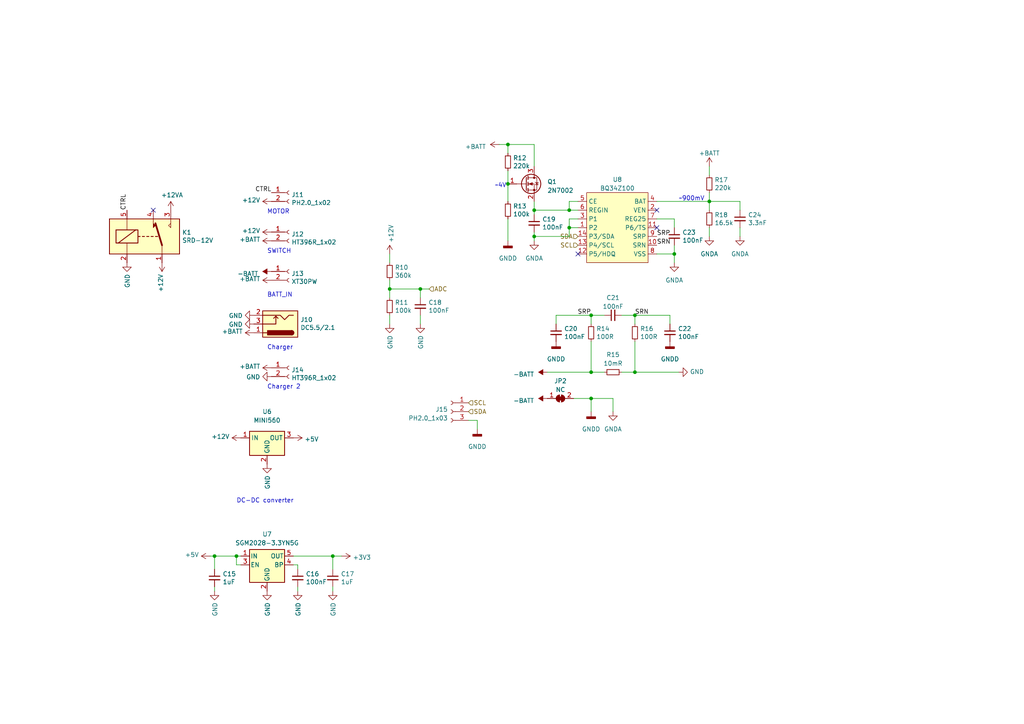
<source format=kicad_sch>
(kicad_sch (version 20230121) (generator eeschema)
  (paper "A4")
  (lib_symbols
    (symbol "+BATT_1" (power) (pin_names (offset 0))
      (property "Value" "+BATT_1" (at 0 3.556 0))
      (symbol "+BATT_1_0_1"
        (polyline (pts (xy -0.762 1.27) (xy 0 2.54)))
        (polyline (pts (xy 0 0) (xy 0 2.54)))
        (polyline (pts (xy 0 2.54) (xy 0.762 1.27)))
      )
      (symbol "+BATT_1_1_1"
        (pin power_in line (at 0 0 90) (length 0) hide (name "+BATT") (number "1"))
      )
    )
    (symbol "Connector:Barrel_Jack_Switch" (pin_names hide)
      (property "Reference" "J" (at 0 5.334 0))
      (property "Value" "Barrel_Jack_Switch" (at 0 -5.08 0))
      (symbol "Barrel_Jack_Switch_0_1"
        (rectangle (start -5.08 3.81) (end 5.08 -3.81) (stroke (width 0.254)) (fill (type background)))
        (arc (start -3.302 3.175) (mid -3.9343 2.54) (end -3.302 1.905) (stroke (width 0.254)))
        (arc (start -3.302 3.175) (mid -3.9343 2.54) (end -3.302 1.905) (stroke (width 0.254)) (fill (type outline)))
        (polyline (pts (xy 1.27 -2.286) (xy 1.905 -1.651)) (stroke (width 0.254)))
        (polyline (pts (xy 5.08 2.54) (xy 3.81 2.54)) (stroke (width 0.254)))
        (polyline (pts (xy 5.08 0) (xy 1.27 0) (xy 1.27 -2.286) (xy 0.635 -1.651)) (stroke (width 0.254)))
        (polyline (pts (xy -3.81 -2.54) (xy -2.54 -2.54) (xy -1.27 -1.27) (xy 0 -2.54) (xy 2.54 -2.54) (xy 5.08 -2.54)) (stroke (width 0.254)))
        (rectangle (start 3.683 3.175) (end -3.302 1.905) (stroke (width 0.254)) (fill (type outline)))
      )
      (symbol "Barrel_Jack_Switch_1_1"
        (pin passive line (at 7.62 2.54 180) (length 2.54) (name "~") (number "1"))
        (pin passive line (at 7.62 -2.54 180) (length 2.54) (name "~") (number "2"))
        (pin passive line (at 7.62 0 180) (length 2.54) (name "~") (number "3"))
      )
    )
    (symbol "Connector:Conn_01x02_Female" (pin_names (offset 1.016) hide)
      (property "Reference" "J" (at 0 2.54 0))
      (property "Value" "Conn_01x02_Female" (at 0 -5.08 0))
      (symbol "Conn_01x02_Female_1_1"
        (arc (start 0 -2.032) (mid -0.5058 -2.54) (end 0 -3.048) (stroke (width 0.1524)))
        (polyline (pts (xy -1.27 -2.54) (xy -0.508 -2.54)) (stroke (width 0.1524)))
        (polyline (pts (xy -1.27 0) (xy -0.508 0)) (stroke (width 0.1524)))
        (arc (start 0 0.508) (mid -0.5058 0) (end 0 -0.508) (stroke (width 0.1524)))
        (pin passive line (at -5.08 0 0) (length 3.81) (name "Pin_1") (number "1"))
        (pin passive line (at -5.08 -2.54 0) (length 3.81) (name "Pin_2") (number "2"))
      )
    )
    (symbol "Connector:Conn_01x03_Socket" (pin_names (offset 1.016) hide)
      (property "Reference" "J" (at 0 5.08 0))
      (property "Value" "Conn_01x03_Socket" (at 0 -5.08 0))
      (symbol "Conn_01x03_Socket_1_1"
        (arc (start 0 -2.032) (mid -0.5058 -2.54) (end 0 -3.048) (stroke (width 0.1524)))
        (polyline (pts (xy -1.27 -2.54) (xy -0.508 -2.54)) (stroke (width 0.1524)))
        (polyline (pts (xy -1.27 0) (xy -0.508 0)) (stroke (width 0.1524)))
        (polyline (pts (xy -1.27 2.54) (xy -0.508 2.54)) (stroke (width 0.1524)))
        (arc (start 0 0.508) (mid -0.5058 0) (end 0 -0.508) (stroke (width 0.1524)))
        (arc (start 0 3.048) (mid -0.5058 2.54) (end 0 2.032) (stroke (width 0.1524)))
        (pin passive line (at -5.08 2.54 0) (length 3.81) (name "Pin_1") (number "1"))
        (pin passive line (at -5.08 0 0) (length 3.81) (name "Pin_2") (number "2"))
        (pin passive line (at -5.08 -2.54 0) (length 3.81) (name "Pin_3") (number "3"))
      )
    )
    (symbol "Converter_DCDC:OKI-78SR-3.3_1.5-W36-C"
      (property "Reference" "U" (at -3.81 3.175 0))
      (property "Value" "OKI-78SR-3.3_1.5-W36-C" (at 0 3.175 0))
      (symbol "OKI-78SR-3.3_1.5-W36-C_0_1"
        (rectangle (start -5.08 1.905) (end 5.08 -5.08) (stroke (width 0.254)) (fill (type background)))
      )
      (symbol "OKI-78SR-3.3_1.5-W36-C_1_1"
        (pin power_in line (at -7.62 0 0) (length 2.54) (name "IN") (number "1"))
        (pin power_in line (at 0 -7.62 90) (length 2.54) (name "GND") (number "2"))
        (pin power_out line (at 7.62 0 180) (length 2.54) (name "OUT") (number "3"))
      )
    )
    (symbol "Device:C_Small" (pin_numbers hide) (pin_names (offset 0.254) hide)
      (property "Reference" "C" (at 0.254 1.778 0))
      (property "Value" "C_Small" (at 0.254 -2.032 0))
      (symbol "C_Small_0_1"
        (polyline (pts (xy -1.524 -0.508) (xy 1.524 -0.508)) (stroke (width 0.3302)))
        (polyline (pts (xy -1.524 0.508) (xy 1.524 0.508)) (stroke (width 0.3048)))
      )
      (symbol "C_Small_1_1"
        (pin passive line (at 0 2.54 270) (length 2.032) (name "~") (number "1"))
        (pin passive line (at 0 -2.54 90) (length 2.032) (name "~") (number "2"))
      )
    )
    (symbol "Device:R_Small" (pin_numbers hide) (pin_names (offset 0.254) hide)
      (property "Reference" "R" (at 0.762 0.508 0))
      (property "Value" "R_Small" (at 0.762 -1.016 0))
      (symbol "R_Small_0_1"
        (rectangle (start -0.762 1.778) (end 0.762 -1.778) (stroke (width 0.2032)))
      )
      (symbol "R_Small_1_1"
        (pin passive line (at 0 2.54 270) (length 0.762) (name "~") (number "1"))
        (pin passive line (at 0 -2.54 90) (length 0.762) (name "~") (number "2"))
      )
    )
    (symbol "Jumper:SolderJumper_2_Bridged" (pin_names (offset 0) hide)
      (property "Reference" "JP" (at 0 2.032 0))
      (property "Value" "SolderJumper_2_Bridged" (at 0 -2.54 0))
      (symbol "SolderJumper_2_Bridged_0_1"
        (rectangle (start -0.508 0.508) (end 0.508 -0.508) (fill (type outline)))
        (arc (start -0.254 1.016) (mid -1.2656 0) (end -0.254 -1.016))
        (arc (start -0.254 1.016) (mid -1.2656 0) (end -0.254 -1.016) (fill (type outline)))
        (polyline (pts (xy -0.254 1.016) (xy -0.254 -1.016)))
        (polyline (pts (xy 0.254 1.016) (xy 0.254 -1.016)))
        (arc (start 0.254 -1.016) (mid 1.2656 0) (end 0.254 1.016))
        (arc (start 0.254 -1.016) (mid 1.2656 0) (end 0.254 1.016) (fill (type outline)))
      )
      (symbol "SolderJumper_2_Bridged_1_1"
        (pin passive line (at -3.81 0 0) (length 2.54) (name "A") (number "1"))
        (pin passive line (at 3.81 0 180) (length 2.54) (name "B") (number "2"))
      )
    )
    (symbol "Regulator_Linear:AP131-33" (pin_names (offset 0.254))
      (property "Reference" "U" (at -3.81 5.715 0))
      (property "Value" "AP131-33" (at 0 5.715 0))
      (symbol "AP131-33_0_1"
        (rectangle (start -5.08 4.445) (end 5.08 -5.08) (stroke (width 0.254)) (fill (type background)))
      )
      (symbol "AP131-33_1_1"
        (pin power_in line (at -7.62 2.54 0) (length 2.54) (name "IN") (number "1"))
        (pin power_in line (at 0 -7.62 90) (length 2.54) (name "GND") (number "2"))
        (pin input line (at -7.62 0 0) (length 2.54) (name "EN") (number "3"))
        (pin input line (at 7.62 0 180) (length 2.54) (name "BP") (number "4"))
        (pin power_out line (at 7.62 2.54 180) (length 2.54) (name "OUT") (number "5"))
      )
    )
    (symbol "Relay:G5LE-1"
      (property "Reference" "K" (at 11.43 3.81 0))
      (property "Value" "G5LE-1" (at 11.43 1.27 0))
      (symbol "G5LE-1_0_0"
        (polyline (pts (xy 7.62 5.08) (xy 7.62 2.54) (xy 6.985 3.175) (xy 7.62 3.81)))
      )
      (symbol "G5LE-1_0_1"
        (rectangle (start -10.16 5.08) (end 10.16 -5.08) (stroke (width 0.254)) (fill (type background)))
        (rectangle (start -8.255 1.905) (end -1.905 -1.905) (stroke (width 0.254)))
        (polyline (pts (xy -7.62 -1.905) (xy -2.54 1.905)) (stroke (width 0.254)))
        (polyline (pts (xy -5.08 -5.08) (xy -5.08 -1.905)))
        (polyline (pts (xy -5.08 5.08) (xy -5.08 1.905)))
        (polyline (pts (xy -1.905 0) (xy -1.27 0)) (stroke (width 0.254)))
        (polyline (pts (xy -0.635 0) (xy 0 0)) (stroke (width 0.254)))
        (polyline (pts (xy 0.635 0) (xy 1.27 0)) (stroke (width 0.254)))
        (polyline (pts (xy 1.905 0) (xy 2.54 0)) (stroke (width 0.254)))
        (polyline (pts (xy 3.175 0) (xy 3.81 0)) (stroke (width 0.254)))
        (polyline (pts (xy 5.08 -2.54) (xy 3.175 3.81)) (stroke (width 0.508)))
        (polyline (pts (xy 5.08 -2.54) (xy 5.08 -5.08)))
        (polyline (pts (xy 2.54 5.08) (xy 2.54 2.54) (xy 3.175 3.175) (xy 2.54 3.81)) (fill (type outline)))
      )
      (symbol "G5LE-1_1_1"
        (pin passive line (at 5.08 -7.62 90) (length 2.54) (name "~") (number "1"))
        (pin passive line (at -5.08 -7.62 90) (length 2.54) (name "~") (number "2"))
        (pin passive line (at 7.62 7.62 270) (length 2.54) (name "~") (number "3"))
        (pin passive line (at 2.54 7.62 270) (length 2.54) (name "~") (number "4"))
        (pin passive line (at -5.08 7.62 270) (length 2.54) (name "~") (number "5"))
      )
    )
    (symbol "Smallbot:BQ34Z100"
      (property "Reference" "U" (at 0 0 0))
      (property "Value" "BQ34Z100" (at 0 0 0))
      (symbol "BQ34Z100_1_1"
        (rectangle (start -8.89 10.16) (end 8.89 -10.16) (fill (type background)))
        (pin output line (at -11.43 0 0) (length 2.54) (name "P2") (number "1"))
        (pin input line (at 11.43 -5.08 180) (length 2.54) (name "SRN") (number "10"))
        (pin input line (at 11.43 0 180) (length 2.54) (name "P6/TS") (number "11"))
        (pin bidirectional line (at -11.43 -7.62 0) (length 2.54) (name "P5/HDQ") (number "12"))
        (pin output line (at -11.43 -5.08 0) (length 2.54) (name "P4/SCL") (number "13"))
        (pin bidirectional line (at -11.43 -2.54 0) (length 2.54) (name "P3/SDA") (number "14"))
        (pin output line (at 11.43 5.08 180) (length 2.54) (name "VEN") (number "2"))
        (pin output line (at -11.43 2.54 0) (length 2.54) (name "P1") (number "3"))
        (pin power_in line (at 11.43 7.62 180) (length 2.54) (name "BAT") (number "4"))
        (pin input line (at -11.43 7.62 0) (length 2.54) (name "CE") (number "5"))
        (pin power_in line (at -11.43 5.08 0) (length 2.54) (name "REGIN") (number "6"))
        (pin power_out line (at 11.43 2.54 180) (length 2.54) (name "REG25") (number "7"))
        (pin power_out line (at 11.43 -7.62 180) (length 2.54) (name "VSS") (number "8"))
        (pin input line (at 11.43 -2.54 180) (length 2.54) (name "SRP") (number "9"))
      )
    )
    (symbol "Transistor_FET:2N7002" (pin_names hide)
      (property "Reference" "Q" (at 5.08 1.905 0))
      (property "Value" "2N7002" (at 5.08 0 0))
      (symbol "2N7002_0_1"
        (polyline (pts (xy 0.254 0) (xy -2.54 0)))
        (polyline (pts (xy 0.254 1.905) (xy 0.254 -1.905)) (stroke (width 0.254)))
        (polyline (pts (xy 0.762 -1.27) (xy 0.762 -2.286)) (stroke (width 0.254)))
        (polyline (pts (xy 0.762 0.508) (xy 0.762 -0.508)) (stroke (width 0.254)))
        (polyline (pts (xy 0.762 2.286) (xy 0.762 1.27)) (stroke (width 0.254)))
        (polyline (pts (xy 2.54 2.54) (xy 2.54 1.778)))
        (polyline (pts (xy 2.54 -2.54) (xy 2.54 0) (xy 0.762 0)))
        (polyline (pts (xy 0.762 -1.778) (xy 3.302 -1.778) (xy 3.302 1.778) (xy 0.762 1.778)))
        (polyline (pts (xy 1.016 0) (xy 2.032 0.381) (xy 2.032 -0.381) (xy 1.016 0)) (fill (type outline)))
        (polyline (pts (xy 2.794 0.508) (xy 2.921 0.381) (xy 3.683 0.381) (xy 3.81 0.254)))
        (polyline (pts (xy 3.302 0.381) (xy 2.921 -0.254) (xy 3.683 -0.254) (xy 3.302 0.381)))
        (circle (center 1.651 0) (radius 2.794) (stroke (width 0.254)))
        (circle (center 2.54 -1.778) (radius 0.254) (fill (type outline)))
        (circle (center 2.54 1.778) (radius 0.254) (fill (type outline)))
      )
      (symbol "2N7002_1_1"
        (pin input line (at -5.08 0 0) (length 2.54) (name "G") (number "1"))
        (pin passive line (at 2.54 -5.08 90) (length 2.54) (name "S") (number "2"))
        (pin passive line (at 2.54 5.08 270) (length 2.54) (name "D") (number "3"))
      )
    )
    (symbol "power:+12V" (power) (pin_names (offset 0))
      (property "Value" "+12V" (at 0 3.556 0))
      (symbol "+12V_0_1"
        (polyline (pts (xy -0.762 1.27) (xy 0 2.54)))
        (polyline (pts (xy 0 0) (xy 0 2.54)))
        (polyline (pts (xy 0 2.54) (xy 0.762 1.27)))
      )
      (symbol "+12V_1_1"
        (pin power_in line (at 0 0 90) (length 0) hide (name "+12V") (number "1"))
      )
    )
    (symbol "power:+12VA" (power) (pin_names (offset 0))
      (property "Value" "+12VA" (at 0 3.556 0))
      (symbol "+12VA_0_1"
        (polyline (pts (xy -0.762 1.27) (xy 0 2.54)))
        (polyline (pts (xy 0 0) (xy 0 2.54)))
        (polyline (pts (xy 0 2.54) (xy 0.762 1.27)))
      )
      (symbol "+12VA_1_1"
        (pin power_in line (at 0 0 90) (length 0) hide (name "+12VA") (number "1"))
      )
    )
    (symbol "power:+3V3" (power) (pin_names (offset 0))
      (property "Value" "+3V3" (at 0 3.556 0))
      (symbol "+3V3_0_1"
        (polyline (pts (xy -0.762 1.27) (xy 0 2.54)))
        (polyline (pts (xy 0 0) (xy 0 2.54)))
        (polyline (pts (xy 0 2.54) (xy 0.762 1.27)))
      )
      (symbol "+3V3_1_1"
        (pin power_in line (at 0 0 90) (length 0) hide (name "+3V3") (number "1"))
      )
    )
    (symbol "power:+5V" (power) (pin_names (offset 0))
      (property "Value" "+5V" (at 0 3.556 0))
      (symbol "+5V_0_1"
        (polyline (pts (xy -0.762 1.27) (xy 0 2.54)))
        (polyline (pts (xy 0 0) (xy 0 2.54)))
        (polyline (pts (xy 0 2.54) (xy 0.762 1.27)))
      )
      (symbol "+5V_1_1"
        (pin power_in line (at 0 0 90) (length 0) hide (name "+5V") (number "1"))
      )
    )
    (symbol "power:+BATT" (power) (pin_names (offset 0))
      (property "Value" "+BATT" (at 0 3.556 0))
      (symbol "+BATT_0_1"
        (polyline (pts (xy -0.762 1.27) (xy 0 2.54)))
        (polyline (pts (xy 0 0) (xy 0 2.54)))
        (polyline (pts (xy 0 2.54) (xy 0.762 1.27)))
      )
      (symbol "+BATT_1_1"
        (pin power_in line (at 0 0 90) (length 0) hide (name "+BATT") (number "1"))
      )
    )
    (symbol "power:-BATT" (power) (pin_names (offset 0))
      (property "Value" "-BATT" (at 0 3.556 0))
      (symbol "-BATT_0_1"
        (polyline (pts (xy 0 0) (xy 0 2.54)))
        (polyline (pts (xy 0.762 1.27) (xy -0.762 1.27) (xy 0 2.54) (xy 0.762 1.27)) (fill (type outline)))
      )
      (symbol "-BATT_1_1"
        (pin power_in line (at 0 0 90) (length 0) hide (name "-BATT") (number "1"))
      )
    )
    (symbol "power:GND" (power) (pin_names (offset 0))
      (property "Value" "GND" (at 0 -3.81 0))
      (symbol "GND_0_1"
        (polyline (pts (xy 0 0) (xy 0 -1.27) (xy 1.27 -1.27) (xy 0 -2.54) (xy -1.27 -1.27) (xy 0 -1.27)))
      )
      (symbol "GND_1_1"
        (pin power_in line (at 0 0 270) (length 0) hide (name "GND") (number "1"))
      )
    )
    (symbol "power:GNDA" (power) (pin_names (offset 0))
      (property "Value" "GNDA" (at 0 -3.81 0))
      (symbol "GNDA_0_1"
        (polyline (pts (xy 0 0) (xy 0 -1.27) (xy 1.27 -1.27) (xy 0 -2.54) (xy -1.27 -1.27) (xy 0 -1.27)))
      )
      (symbol "GNDA_1_1"
        (pin power_in line (at 0 0 270) (length 0) hide (name "GNDA") (number "1"))
      )
    )
    (symbol "power:GNDD" (power) (pin_names (offset 0))
      (property "Value" "GNDD" (at 0 -3.175 0))
      (symbol "GNDD_0_1"
        (rectangle (start -1.27 -1.524) (end 1.27 -2.032) (stroke (width 0.254)) (fill (type outline)))
        (polyline (pts (xy 0 0) (xy 0 -1.524)))
      )
      (symbol "GNDD_1_1"
        (pin power_in line (at 0 0 270) (length 0) hide (name "GNDD") (number "1"))
      )
    )
  )
  (junction (at 195.58 73.66))
  (junction (at 68.58 161.29))
  (junction (at 96.52 161.29))
  (junction (at 121.92 83.82))
  (junction (at 147.32 41.91))
  (junction (at 171.45 91.44))
  (junction (at 62.23 161.29))
  (junction (at 184.15 91.44))
  (junction (at 171.45 107.95))
  (junction (at 165.1 60.96))
  (junction (at 205.74 58.42))
  (junction (at 165.1 66.04))
  (junction (at 154.94 68.58))
  (junction (at 154.94 60.96))
  (junction (at 113.03 83.82))
  (junction (at 171.45 115.57))
  (junction (at 184.15 107.95))
  (junction (at 147.32 53.34))
  (no_connect (at 190.5 60.96))
  (no_connect (at 190.5 66.04))
  (no_connect (at 167.64 73.66))
  (no_connect (at 44.45 60.96))
  (wire (pts (xy 205.74 48.26) (xy 205.74 50.8)))
  (wire (pts (xy 147.32 41.91) (xy 147.32 44.45)))
  (wire (pts (xy 171.45 107.95) (xy 175.26 107.95)))
  (wire (pts (xy 165.1 60.96) (xy 167.64 60.96)))
  (wire (pts (xy 171.45 115.57) (xy 177.8 115.57)))
  (wire (pts (xy 68.58 161.29) (xy 69.85 161.29)))
  (wire (pts (xy 205.74 66.04) (xy 205.74 68.58)))
  (wire (pts (xy 184.15 91.44) (xy 194.31 91.44)))
  (wire (pts (xy 205.74 58.42) (xy 214.63 58.42)))
  (wire (pts (xy 184.15 107.95) (xy 196.85 107.95)))
  (wire (pts (xy 180.34 91.44) (xy 184.15 91.44)))
  (wire (pts (xy 177.8 115.57) (xy 177.8 119.38)))
  (wire (pts (xy 165.1 66.04) (xy 165.1 68.58)))
  (wire (pts (xy 154.94 48.26) (xy 154.94 41.91)))
  (wire (pts (xy 214.63 60.96) (xy 214.63 58.42)))
  (wire (pts (xy 166.37 115.57) (xy 171.45 115.57)))
  (wire (pts (xy 62.23 171.45) (xy 62.23 170.18)))
  (wire (pts (xy 85.09 163.83) (xy 86.36 163.83)))
  (wire (pts (xy 62.23 165.1) (xy 62.23 161.29)))
  (wire (pts (xy 60.96 161.29) (xy 62.23 161.29)))
  (wire (pts (xy 195.58 63.5) (xy 195.58 66.04)))
  (wire (pts (xy 121.92 93.98) (xy 121.92 91.44)))
  (wire (pts (xy 147.32 49.53) (xy 147.32 53.34)))
  (wire (pts (xy 86.36 163.83) (xy 86.36 165.1)))
  (wire (pts (xy 214.63 68.58) (xy 214.63 66.04)))
  (wire (pts (xy 154.94 58.42) (xy 154.94 60.96)))
  (wire (pts (xy 165.1 66.04) (xy 167.64 66.04)))
  (wire (pts (xy 167.64 58.42) (xy 165.1 58.42)))
  (wire (pts (xy 165.1 58.42) (xy 165.1 60.96)))
  (wire (pts (xy 171.45 91.44) (xy 175.26 91.44)))
  (wire (pts (xy 184.15 91.44) (xy 184.15 93.98)))
  (wire (pts (xy 62.23 161.29) (xy 68.58 161.29)))
  (wire (pts (xy 138.43 121.92) (xy 138.43 124.46)))
  (wire (pts (xy 205.74 58.42) (xy 205.74 60.96)))
  (wire (pts (xy 68.58 163.83) (xy 68.58 161.29)))
  (wire (pts (xy 113.03 83.82) (xy 121.92 83.82)))
  (wire (pts (xy 154.94 67.31) (xy 154.94 68.58)))
  (wire (pts (xy 135.89 121.92) (xy 138.43 121.92)))
  (wire (pts (xy 165.1 68.58) (xy 154.94 68.58)))
  (wire (pts (xy 147.32 53.34) (xy 147.32 58.42)))
  (wire (pts (xy 167.64 63.5) (xy 165.1 63.5)))
  (wire (pts (xy 171.45 93.98) (xy 171.45 91.44)))
  (wire (pts (xy 147.32 41.91) (xy 154.94 41.91)))
  (wire (pts (xy 113.03 81.28) (xy 113.03 83.82)))
  (wire (pts (xy 147.32 69.85) (xy 147.32 63.5)))
  (wire (pts (xy 113.03 73.66) (xy 113.03 76.2)))
  (wire (pts (xy 158.75 107.95) (xy 171.45 107.95)))
  (wire (pts (xy 205.74 55.88) (xy 205.74 58.42)))
  (wire (pts (xy 195.58 71.12) (xy 195.58 73.66)))
  (wire (pts (xy 121.92 86.36) (xy 121.92 83.82)))
  (wire (pts (xy 194.31 91.44) (xy 194.31 93.98)))
  (wire (pts (xy 144.78 41.91) (xy 147.32 41.91)))
  (wire (pts (xy 171.45 91.44) (xy 161.29 91.44)))
  (wire (pts (xy 86.36 170.18) (xy 86.36 171.45)))
  (wire (pts (xy 154.94 60.96) (xy 154.94 62.23)))
  (wire (pts (xy 96.52 165.1) (xy 96.52 161.29)))
  (wire (pts (xy 195.58 63.5) (xy 190.5 63.5)))
  (wire (pts (xy 96.52 170.18) (xy 96.52 171.45)))
  (wire (pts (xy 85.09 161.29) (xy 96.52 161.29)))
  (wire (pts (xy 180.34 107.95) (xy 184.15 107.95)))
  (wire (pts (xy 171.45 99.06) (xy 171.45 107.95)))
  (wire (pts (xy 154.94 60.96) (xy 165.1 60.96)))
  (wire (pts (xy 190.5 58.42) (xy 205.74 58.42)))
  (wire (pts (xy 113.03 83.82) (xy 113.03 86.36)))
  (wire (pts (xy 69.85 163.83) (xy 68.58 163.83)))
  (wire (pts (xy 190.5 73.66) (xy 195.58 73.66)))
  (wire (pts (xy 184.15 99.06) (xy 184.15 107.95)))
  (wire (pts (xy 99.06 161.29) (xy 96.52 161.29)))
  (wire (pts (xy 195.58 76.2) (xy 195.58 73.66)))
  (wire (pts (xy 154.94 69.85) (xy 154.94 68.58)))
  (wire (pts (xy 113.03 91.44) (xy 113.03 93.98)))
  (wire (pts (xy 171.45 115.57) (xy 171.45 119.38)))
  (wire (pts (xy 161.29 91.44) (xy 161.29 93.98)))
  (wire (pts (xy 165.1 63.5) (xy 165.1 66.04)))
  (wire (pts (xy 121.92 83.82) (xy 124.46 83.82)))
  (text "MOTOR" (at 77.47 62.23 0) (effects (font (size 1.27 1.27)) (justify left bottom)))
  (text "Charger 2" (at 77.47 113.03 0) (effects (font (size 1.27 1.27)) (justify left bottom)))
  (text "Charger\n" (at 77.47 101.6 0) (effects (font (size 1.27 1.27)) (justify left bottom)))
  (text "DC-DC converter" (at 68.58 146.05 0) (effects (font (size 1.27 1.27)) (justify left bottom)))
  (text "~900mV" (at 196.85 58.42 0) (effects (font (size 1.27 1.27)) (justify left bottom)))
  (text "~4V" (at 143.51 54.61 0) (effects (font (size 1.27 1.27)) (justify left bottom)))
  (text "BATT_IN" (at 77.47 86.36 0) (effects (font (size 1.27 1.27)) (justify left bottom)))
  (text "SWITCH" (at 77.47 73.66 0) (effects (font (size 1.27 1.27)) (justify left bottom)))
  (label "CTRL" (at 78.74 55.88 180))
  (label "SRP" (at 190.5 68.58 0))
  (label "SRN" (at 184.15 91.44 0))
  (label "CTRL" (at 36.83 60.96 90))
  (label "SRN" (at 190.5 71.12 0))
  (label "SRP" (at 171.45 91.44 180))
  (hierarchical_label "ADC" (shape input) (at 124.46 83.82 0))
  (hierarchical_label "SDA" (shape input) (at 135.89 119.38 0))
  (hierarchical_label "SCL" (shape input) (at 167.64 71.12 180))
  (hierarchical_label "SCL" (shape input) (at 135.89 116.84 0))
  (hierarchical_label "SDA" (shape input) (at 167.64 68.58 180))
  (symbol (lib_id "Connector:Conn_01x02_Female") (at 83.82 78.74 0) (unit 1)
    (property "Reference" "J13" (at 84.5312 79.3496 0) (effects (justify left)))
    (property "Value" "XT30PW" (at 84.5312 81.661 0) (effects (justify left)))
    (property "Footprint" "Connector_AMASS:AMASS_XT30PW-M_1x02_P2.50mm_Horizontal" (effects hide))
  )
  (symbol (lib_id "power:+12V") (at 78.74 67.31 90) (unit 1)
    (property "Reference" "#PWR084" (effects hide))
    (property "Value" "+12V" (at 75.4888 66.929 90) (effects (justify left)))
  )
  (symbol (lib_id "Connector:Conn_01x02_Female") (at 83.82 67.31 0) (unit 1)
    (property "Reference" "J12" (at 84.5312 67.9196 0) (effects (justify left)))
    (property "Value" "HT396R_1x02" (at 84.5312 70.231 0) (effects (justify left)))
    (property "Footprint" "Connector_Molex:Molex_KK-396_A-41792-0002_1x02_P3.96mm_Horizontal" (effects hide))
  )
  (symbol (lib_id "Connector:Conn_01x02_Female") (at 83.82 55.88 0) (unit 1)
    (property "Reference" "J11" (at 84.5312 56.4896 0) (effects (justify left)))
    (property "Value" "PH2.0_1x02" (at 84.5312 58.801 0) (effects (justify left)))
    (property "Footprint" "Connector_JST:JST_PH_S2B-PH-K_1x02_P2.00mm_Horizontal" (effects hide))
  )
  (symbol (lib_id "Relay:G5LE-1") (at 41.91 68.58 0) (unit 1)
    (property "Reference" "K1" (at 52.832 67.4116 0) (effects (justify left)))
    (property "Value" "SRD-12V" (at 52.832 69.723 0) (effects (justify left)))
    (property "Footprint" "Relay_THT:Relay_SPDT_Omron-G5LE-1" (effects hide))
    (property "Datasheet" "http://www.omron.com/ecb/products/pdf/en-g5le.pdf" (effects hide))
  )
  (symbol (lib_id "power:+BATT") (at 78.74 81.28 90) (unit 1)
    (property "Reference" "#PWR087" (effects hide))
    (property "Value" "+BATT" (at 75.5142 80.899 90) (effects (justify left)))
  )
  (symbol (lib_id "power:+BATT") (at 78.74 69.85 90) (unit 1)
    (property "Reference" "#PWR085" (effects hide))
    (property "Value" "+BATT" (at 75.5142 69.469 90) (effects (justify left)))
  )
  (symbol (lib_id "power:+12VA") (at 49.53 60.96 0) (unit 1)
    (property "Reference" "#PWR074" (effects hide))
    (property "Value" "+12VA" (at 49.911 56.5658 0))
  )
  (symbol (lib_id "power:+12V") (at 46.99 76.2 180) (unit 1)
    (property "Reference" "#PWR073" (effects hide))
    (property "Value" "+12V" (at 46.609 79.4512 90) (effects (justify left)))
  )
  (symbol (lib_id "power:GND") (at 36.83 76.2 0) (unit 1)
    (property "Reference" "#PWR072" (effects hide))
    (property "Value" "GND" (at 36.957 79.4512 90) (effects (justify right)))
  )
  (symbol (lib_id "power:+5V") (at 60.96 161.29 90) (unit 1)
    (property "Reference" "#PWR075" (effects hide))
    (property "Value" "+5V" (at 57.7088 160.909 90) (effects (justify left)))
  )
  (symbol (lib_id "power:GND") (at 77.47 171.45 0) (unit 1)
    (property "Reference" "#PWR082" (effects hide))
    (property "Value" "GND" (at 77.597 174.7012 90) (effects (justify right)))
  )
  (symbol (lib_id "power:+3V3") (at 99.06 161.29 270) (unit 1)
    (property "Reference" "#PWR093" (effects hide))
    (property "Value" "+3V3" (at 102.3112 161.671 90) (effects (justify left)))
  )
  (symbol (lib_id "Device:C_Small") (at 62.23 167.64 0) (unit 1)
    (property "Reference" "C15" (at 64.5668 166.4716 0) (effects (justify left)))
    (property "Value" "1uF" (at 64.5668 168.783 0) (effects (justify left)))
    (property "Footprint" "Capacitor_SMD:C_0805_2012Metric" (effects hide))
  )
  (symbol (lib_id "power:GND") (at 62.23 171.45 0) (unit 1)
    (property "Reference" "#PWR076" (effects hide))
    (property "Value" "GND" (at 62.357 174.7012 90) (effects (justify right)))
  )
  (symbol (lib_id "Device:C_Small") (at 96.52 167.64 0) (unit 1)
    (property "Reference" "C17" (at 98.8568 166.4716 0) (effects (justify left)))
    (property "Value" "1uF" (at 98.8568 168.783 0) (effects (justify left)))
    (property "Footprint" "Capacitor_SMD:C_0805_2012Metric" (effects hide))
  )
  (symbol (lib_id "power:GND") (at 96.52 171.45 0) (unit 1)
    (property "Reference" "#PWR092" (effects hide))
    (property "Value" "GND" (at 96.647 174.7012 90) (effects (justify right)))
  )
  (symbol (lib_id "power:+12V") (at 113.03 73.66 0) (unit 1)
    (property "Reference" "#PWR094" (effects hide))
    (property "Value" "+12V" (at 113.411 70.4088 90) (effects (justify left)))
  )
  (symbol (lib_id "power:GND") (at 113.03 93.98 0) (unit 1)
    (property "Reference" "#PWR095" (effects hide))
    (property "Value" "GND" (at 113.157 97.2312 90) (effects (justify right)))
  )
  (symbol (lib_id "Device:R_Small") (at 113.03 78.74 0) (unit 1)
    (property "Reference" "R10" (at 114.5286 77.5716 0) (effects (justify left)))
    (property "Value" "360k" (at 114.5286 79.883 0) (effects (justify left)))
    (property "Footprint" "Resistor_SMD:R_0805_2012Metric" (effects hide))
  )
  (symbol (lib_id "Device:R_Small") (at 113.03 88.9 0) (unit 1)
    (property "Reference" "R11" (at 114.5286 87.7316 0) (effects (justify left)))
    (property "Value" "100k" (at 114.5286 90.043 0) (effects (justify left)))
    (property "Footprint" "Resistor_SMD:R_0805_2012Metric" (effects hide))
  )
  (symbol (lib_id "Device:C_Small") (at 121.92 88.9 0) (unit 1)
    (property "Reference" "C18" (at 124.2568 87.7316 0) (effects (justify left)))
    (property "Value" "100nF" (at 124.2568 90.043 0) (effects (justify left)))
    (property "Footprint" "Capacitor_SMD:C_0805_2012Metric" (effects hide))
  )
  (symbol (lib_id "power:GND") (at 121.92 93.98 0) (unit 1)
    (property "Reference" "#PWR096" (effects hide))
    (property "Value" "GND" (at 122.047 97.2312 90) (effects (justify right)))
  )
  (symbol (lib_id "Connector:Barrel_Jack_Switch") (at 81.28 93.98 180) (unit 1)
    (property "Reference" "J10" (at 87.122 92.71 0) (effects (justify right)))
    (property "Value" "DC5.5/2.1" (at 87.122 95.0214 0) (effects (justify right)))
    (property "Footprint" "Connector_BarrelJack:BarrelJack_Wuerth_6941xx301002" (effects hide))
  )
  (symbol (lib_id "power:GND") (at 73.66 93.98 270) (unit 1)
    (property "Reference" "#PWR079" (effects hide))
    (property "Value" "GND" (at 70.4088 94.107 90) (effects (justify right)))
  )
  (symbol (lib_id "power:GND") (at 73.66 91.44 270) (unit 1)
    (property "Reference" "#PWR078" (effects hide))
    (property "Value" "GND" (at 70.4088 91.567 90) (effects (justify right)))
  )
  (symbol (lib_id "Transistor_FET:2N7002") (at 152.4 53.34 0) (unit 1)
    (property "Reference" "Q1" (at 158.75 52.705 0) (effects (justify left)))
    (property "Value" "2N7002" (at 158.75 55.245 0) (effects (justify left)))
    (property "Footprint" "Package_TO_SOT_SMD:SOT-23" (effects hide))
    (property "Datasheet" "https://www.onsemi.com/pub/Collateral/NDS7002A-D.PDF" (effects hide))
  )
  (symbol (lib_id "Device:C_Small") (at 86.36 167.64 0) (unit 1)
    (property "Reference" "C16" (at 88.6968 166.4716 0) (effects (justify left)))
    (property "Value" "100nF" (at 88.6968 168.783 0) (effects (justify left)))
    (property "Footprint" "Capacitor_SMD:C_0805_2012Metric" (effects hide))
  )
  (symbol (lib_id "Device:C_Small") (at 161.29 96.52 0) (unit 1)
    (property "Reference" "C20" (at 163.6268 95.3516 0) (effects (justify left)))
    (property "Value" "100nF" (at 163.6268 97.663 0) (effects (justify left)))
    (property "Footprint" "Capacitor_SMD:C_0805_2012Metric" (effects hide))
  )
  (symbol (lib_id "power:-BATT") (at 158.75 115.57 90) (unit 1)
    (property "Reference" "#PWR0102" (effects hide))
    (property "Value" "-BATT" (at 154.94 116.205 90) (effects (justify left)))
  )
  (symbol (lib_id "power:+12V") (at 69.85 127 90) (unit 1)
    (property "Reference" "#PWR077" (effects hide))
    (property "Value" "+12V" (at 66.5988 126.619 90) (effects (justify left)))
  )
  (symbol (lib_id "power:+BATT") (at 73.66 96.52 90) (unit 1)
    (property "Reference" "#PWR080" (effects hide))
    (property "Value" "+BATT" (at 70.4342 96.139 90) (effects (justify left)))
  )
  (symbol (lib_id "Device:C_Small") (at 194.31 96.52 0) (unit 1)
    (property "Reference" "C22" (at 196.6468 95.3516 0) (effects (justify left)))
    (property "Value" "100nF" (at 196.6468 97.663 0) (effects (justify left)))
    (property "Footprint" "Capacitor_SMD:C_0805_2012Metric" (effects hide))
  )
  (symbol (lib_id "Converter_DCDC:OKI-78SR-3.3_1.5-W36-C") (at 77.47 127 0) (unit 1)
    (property "Reference" "U6" (at 77.47 119.38 0))
    (property "Value" "MINI560" (at 77.47 121.92 0))
    (property "Footprint" "User_Module:Converter_DCDC_Mini_560" (effects hide))
  )
  (symbol (lib_id "power:GNDA") (at 205.74 68.58 0) (unit 1)
    (property "Reference" "#PWR0110" (effects hide))
    (property "Value" "GNDA" (at 205.74 73.66 0))
  )
  (symbol (lib_id "power:GNDA") (at 214.63 68.58 0) (unit 1)
    (property "Reference" "#PWR0111" (effects hide))
    (property "Value" "GNDA" (at 214.63 73.66 0))
  )
  (symbol (lib_id "Connector:Conn_01x02_Female") (at 83.82 106.68 0) (unit 1)
    (property "Reference" "J14" (at 84.5312 107.2896 0) (effects (justify left)))
    (property "Value" "HT396R_1x02" (at 84.5312 109.601 0) (effects (justify left)))
    (property "Footprint" "Connector_Molex:Molex_KK-396_A-41792-0002_1x02_P3.96mm_Horizontal" (effects hide))
  )
  (symbol (lib_id "power:+5V") (at 85.09 127 270) (unit 1)
    (property "Reference" "#PWR090" (effects hide))
    (property "Value" "+5V" (at 88.3412 127.381 90) (effects (justify left)))
  )
  (symbol (lib_id "power:GNDA") (at 177.8 119.38 0) (unit 1)
    (property "Reference" "#PWR0105" (effects hide))
    (property "Value" "GNDA" (at 177.8 124.46 0))
  )
  (symbol (lib_id "Device:R_Small") (at 184.15 96.52 0) (unit 1)
    (property "Reference" "R16" (at 185.6486 95.3516 0) (effects (justify left)))
    (property "Value" "100R" (at 185.6486 97.663 0) (effects (justify left)))
    (property "Footprint" "Resistor_SMD:R_0805_2012Metric" (effects hide))
  )
  (symbol (lib_id "power:GND") (at 196.85 107.95 90) (unit 1)
    (property "Reference" "#PWR0108" (effects hide))
    (property "Value" "GND" (at 200.1012 107.823 90) (effects (justify right)))
  )
  (symbol (lib_id "power:GNDD") (at 138.43 124.46 0) (unit 1)
    (property "Reference" "#PWR097" (effects hide))
    (property "Value" "GNDD" (at 138.43 129.54 0))
  )
  (symbol (lib_id "power:+BATT") (at 78.74 106.68 90) (unit 1)
    (property "Reference" "#PWR088" (effects hide))
    (property "Value" "+BATT" (at 75.5142 106.299 90) (effects (justify left)))
  )
  (symbol (lib_id "Device:R_Small") (at 205.74 53.34 0) (unit 1)
    (property "Reference" "R17" (at 207.2386 52.1716 0) (effects (justify left)))
    (property "Value" "220k" (at 207.2386 54.483 0) (effects (justify left)))
    (property "Footprint" "Resistor_SMD:R_0805_2012Metric" (effects hide))
  )
  (symbol (lib_id "Device:C_Small") (at 177.8 91.44 90) (unit 1)
    (property "Reference" "C21" (at 177.8063 86.36 90))
    (property "Value" "100nF" (at 177.8063 88.9 90))
    (property "Footprint" "Capacitor_SMD:C_0805_2012Metric" (effects hide))
  )
  (symbol (lib_id "power:GNDA") (at 154.94 69.85 0) (unit 1)
    (property "Reference" "#PWR0100" (effects hide))
    (property "Value" "GNDA" (at 154.94 74.93 0))
  )
  (symbol (lib_name "+BATT_1") (lib_id "power:+BATT") (at 144.78 41.91 90) (unit 1)
    (property "Reference" "#PWR098" (effects hide))
    (property "Value" "+BATT" (at 140.97 42.545 90) (effects (justify left)))
  )
  (symbol (lib_id "Regulator_Linear:AP131-33") (at 77.47 163.83 0) (unit 1)
    (property "Reference" "U7" (at 77.47 154.94 0))
    (property "Value" "SGM2028-3.3YN5G" (at 77.47 157.48 0))
    (property "Footprint" "Package_TO_SOT_SMD:SOT-23-5" (effects hide))
    (property "Datasheet" "http://www.diodes.com/_files/datasheets/AP131.pdf" (effects hide))
  )
  (symbol (lib_id "Device:C_Small") (at 214.63 63.5 0) (unit 1)
    (property "Reference" "C24" (at 216.9668 62.3316 0) (effects (justify left)))
    (property "Value" "3.3nF" (at 216.9668 64.643 0) (effects (justify left)))
    (property "Footprint" "Capacitor_SMD:C_0805_2012Metric" (effects hide))
  )
  (symbol (lib_id "power:GND") (at 86.36 171.45 0) (unit 1)
    (property "Reference" "#PWR091" (effects hide))
    (property "Value" "GND" (at 86.487 174.7012 90) (effects (justify right)))
  )
  (symbol (lib_id "power:GNDA") (at 195.58 76.2 0) (unit 1)
    (property "Reference" "#PWR0107" (effects hide))
    (property "Value" "GNDA" (at 195.58 81.28 0))
  )
  (symbol (lib_id "Device:R_Small") (at 177.8 107.95 90) (unit 1)
    (property "Reference" "R15" (at 177.8 102.87 90))
    (property "Value" "10mR" (at 177.8 105.41 90))
    (property "Footprint" "Resistor_SMD:R_1210_3225Metric" (effects hide))
  )
  (symbol (lib_id "power:GND") (at 77.47 134.62 0) (unit 1)
    (property "Reference" "#PWR081" (effects hide))
    (property "Value" "GND" (at 77.597 137.8712 90) (effects (justify right)))
  )
  (symbol (lib_id "Jumper:SolderJumper_2_Bridged") (at 162.56 115.57 0) (unit 1)
    (property "Reference" "JP2" (at 162.56 110.49 0))
    (property "Value" "NC" (at 162.56 113.03 0))
    (property "Footprint" "Jumper:SolderJumper-2_P1.3mm_Bridged2Bar_Pad1.0x1.5mm" (effects hide))
  )
  (symbol (lib_id "Device:R_Small") (at 205.74 63.5 0) (unit 1)
    (property "Reference" "R18" (at 207.2386 62.3316 0) (effects (justify left)))
    (property "Value" "16.5k" (at 207.2386 64.643 0) (effects (justify left)))
    (property "Footprint" "Resistor_SMD:R_0805_2012Metric" (effects hide))
  )
  (symbol (lib_id "power:+12V") (at 78.74 58.42 90) (unit 1)
    (property "Reference" "#PWR083" (effects hide))
    (property "Value" "+12V" (at 75.4888 58.039 90) (effects (justify left)))
  )
  (symbol (lib_name "+BATT_1") (lib_id "power:+BATT") (at 205.74 48.26 0) (unit 1)
    (property "Reference" "#PWR0109" (effects hide))
    (property "Value" "+BATT" (at 205.74 44.45 0))
  )
  (symbol (lib_id "Device:C_Small") (at 154.94 64.77 0) (unit 1)
    (property "Reference" "C19" (at 157.2768 63.6016 0) (effects (justify left)))
    (property "Value" "100nF" (at 157.2768 65.913 0) (effects (justify left)))
    (property "Footprint" "Capacitor_SMD:C_0805_2012Metric" (effects hide))
  )
  (symbol (lib_id "power:GNDD") (at 161.29 99.06 0) (unit 1)
    (property "Reference" "#PWR0103" (effects hide))
    (property "Value" "GNDD" (at 161.29 104.14 0))
  )
  (symbol (lib_id "power:GND") (at 78.74 109.22 270) (unit 1)
    (property "Reference" "#PWR089" (effects hide))
    (property "Value" "GND" (at 75.4888 109.347 90) (effects (justify right)))
  )
  (symbol (lib_id "Device:C_Small") (at 195.58 68.58 0) (unit 1)
    (property "Reference" "C23" (at 197.9168 67.4116 0) (effects (justify left)))
    (property "Value" "100nF" (at 197.9168 69.723 0) (effects (justify left)))
    (property "Footprint" "Capacitor_SMD:C_0805_2012Metric" (effects hide))
  )
  (symbol (lib_id "Device:R_Small") (at 147.32 60.96 0) (unit 1)
    (property "Reference" "R13" (at 148.8186 59.7916 0) (effects (justify left)))
    (property "Value" "100k" (at 148.8186 62.103 0) (effects (justify left)))
    (property "Footprint" "Resistor_SMD:R_0805_2012Metric" (effects hide))
  )
  (symbol (lib_id "Device:R_Small") (at 147.32 46.99 0) (unit 1)
    (property "Reference" "R12" (at 148.8186 45.8216 0) (effects (justify left)))
    (property "Value" "220k" (at 148.8186 48.133 0) (effects (justify left)))
    (property "Footprint" "Resistor_SMD:R_0805_2012Metric" (effects hide))
  )
  (symbol (lib_id "power:-BATT") (at 158.75 107.95 90) (unit 1)
    (property "Reference" "#PWR0101" (effects hide))
    (property "Value" "-BATT" (at 154.94 108.585 90) (effects (justify left)))
  )
  (symbol (lib_id "Device:R_Small") (at 171.45 96.52 0) (unit 1)
    (property "Reference" "R14" (at 172.9486 95.3516 0) (effects (justify left)))
    (property "Value" "100R" (at 172.9486 97.663 0) (effects (justify left)))
    (property "Footprint" "Resistor_SMD:R_0805_2012Metric" (effects hide))
  )
  (symbol (lib_id "power:GNDD") (at 194.31 99.06 0) (unit 1)
    (property "Reference" "#PWR0106" (effects hide))
    (property "Value" "GNDD" (at 194.31 104.14 0))
  )
  (symbol (lib_id "power:GNDD") (at 147.32 69.85 0) (unit 1)
    (property "Reference" "#PWR099" (effects hide))
    (property "Value" "GNDD" (at 147.32 74.93 0))
  )
  (symbol (lib_id "power:-BATT") (at 78.74 78.74 90) (unit 1)
    (property "Reference" "#PWR086" (effects hide))
    (property "Value" "-BATT" (at 74.93 79.375 90) (effects (justify left)))
  )
  (symbol (lib_id "Connector:Conn_01x03_Socket") (at 130.81 119.38 0) (mirror y) (unit 1)
    (property "Reference" "J15" (at 129.9088 118.745 0) (effects (justify left)))
    (property "Value" "PH2.0_1x03" (at 129.9088 121.285 0) (effects (justify left)))
    (property "Footprint" "Connector_JST:JST_PH_S3B-PH-K_1x03_P2.00mm_Horizontal" (effects hide))
    (instances (project "BaseBoard" (path "" (reference "J15") (unit 1)) (path "" (reference "J1") (unit 1))))
  )
  (symbol (lib_id "Smallbot:BQ34Z100") (at 179.07 66.04 0) (unit 1)
    (property "Reference" "U8" (at 179.07 52.07 0))
    (property "Value" "BQ34Z100" (at 179.07 54.61 0))
    (property "Footprint" "Package_SO:TSSOP-14_4.4x5mm_P0.65mm" (effects hide))
    (property "Datasheet" "https://www.ti.com/product/BQ34Z100-G1" (effects hide))
  )
  (symbol (lib_id "power:GNDD") (at 171.45 119.38 0) (unit 1)
    (property "Reference" "#PWR0104" (effects hide))
    (property "Value" "GNDD" (at 171.45 124.46 0))
  )
)
</source>
